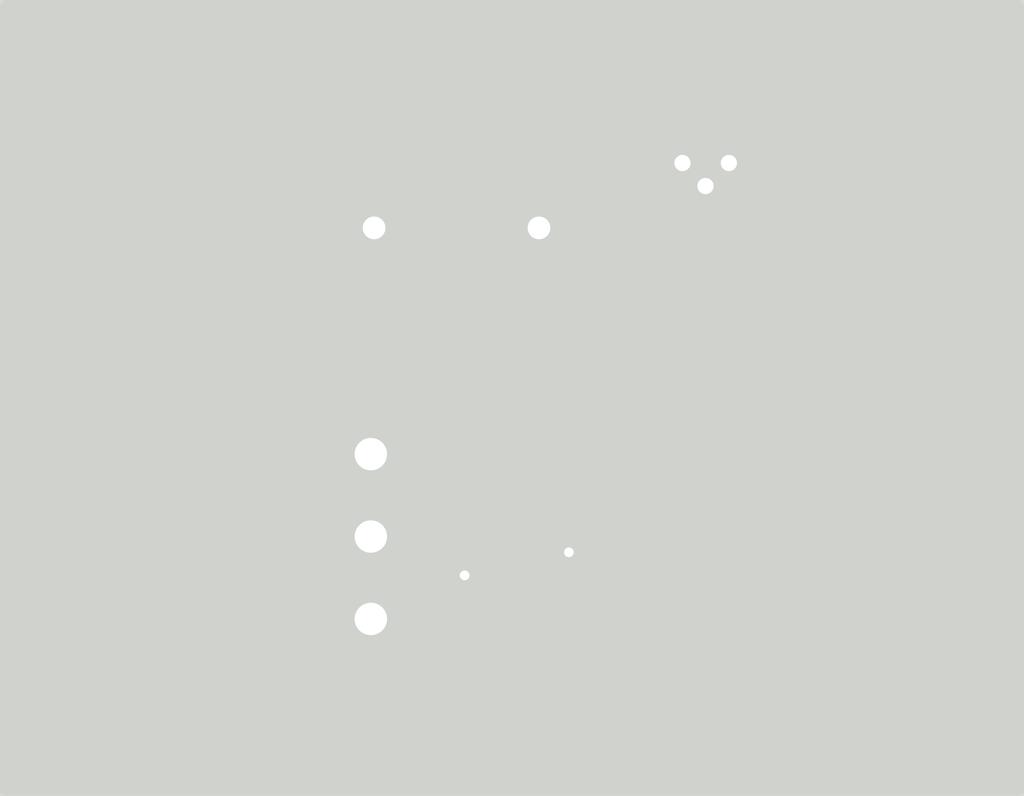
<source format=kicad_pcb>
(kicad_pcb (version 20241229) (generator "pcbnew") (generator_version "9.0")
  (layers (0 "F.Cu" signal) (2 "B.Cu" signal) (13 "F.Paste" user) (15 "B.Paste" user) (5 "F.SilkS" user "F.Silkscreen") (7 "B.SilkS" user "B.Silkscreen") (1 "F.Mask" user) (3 "B.Mask" user) (25 "Edge.Cuts" user))
  (net 0 "")
  (net 2 "Net-(LD1-A)")
  (net 3 "Net-(LD1-C)")
  (net 4 "Net-(U1-LOUT-)")
  (net 6 "GND")
  (net 9 "+5V")
  (net 10 "Net-(J1-Pin_1)")
  (footprint "Package_SO:SOIC-16_3.9x9.9mm_P1.27mm" (layer "F.Cu") (at 163.475 101.165)
    (property "Reference" "U1" (at 0 -5.9 0) (layer "F.SilkS"))
    (property "Value" "PAM8403D")
    (fp_line (start 0 -5.06) (end -1.95 -5.06) (stroke (width 0.12)) (layer "F.SilkS"))
    (fp_line (start 0 -5.06) (end 1.95 -5.06) (stroke (width 0.12)) (layer "F.SilkS"))
    (fp_line (start 0 5.06) (end -1.95 5.06) (stroke (width 0.12)) (layer "F.SilkS"))
    (fp_line (start 0 5.06) (end 1.95 5.06) (stroke (width 0.12)) (layer "F.SilkS"))
    (fp_poly (pts (xy -2.7 -5.005) (xy -2.94 -5.335) (xy -2.46 -5.335)) (stroke (width 0.12)) (fill yes) (layer "F.SilkS"))
    (pad "1" smd roundrect (at -2.475 -4.445) (size 1.95 0.6) (layers "F.Cu" "F.Mask" "F.Paste") (net 2 "Net-(LD1-A)"))
    (pad "2" smd roundrect (at -2.475 -3.175) (size 1.95 0.6) (layers "F.Cu" "F.Mask" "F.Paste") (net 6 "GND"))
    (pad "3" smd roundrect (at -2.475 -1.905) (size 1.95 0.6) (layers "F.Cu" "F.Mask" "F.Paste") (net 4 "Net-(U1-LOUT-)"))
    (pad "4" smd roundrect (at -2.475 -0.635) (size 1.95 0.6) (layers "F.Cu" "F.Mask" "F.Paste") (net 9 "+5V"))
    (pad "5" smd roundrect (at -2.475 0.635) (size 1.95 0.6) (layers "F.Cu" "F.Mask" "F.Paste"))
    (pad "6" smd roundrect (at -2.475 1.905) (size 1.95 0.6) (layers "F.Cu" "F.Mask" "F.Paste") (net 9 "+5V"))
    (pad "7" smd roundrect (at -2.475 3.175) (size 1.95 0.6) (layers "F.Cu" "F.Mask" "F.Paste") (net 10 "Net-(J1-Pin_1)"))
    (pad "8" smd roundrect (at -2.475 4.445) (size 1.95 0.6) (layers "F.Cu" "F.Mask" "F.Paste") (net 6 "GND"))
    (pad "9" smd roundrect (at 2.475 4.445) (size 1.95 0.6) (layers "F.Cu" "F.Mask" "F.Paste"))
    (pad "10" smd roundrect (at 2.475 3.175) (size 1.95 0.6) (layers "F.Cu" "F.Mask" "F.Paste") (net 10 "Net-(J1-Pin_1)"))
    (pad "11" smd roundrect (at 2.475 1.905) (size 1.95 0.6) (layers "F.Cu" "F.Mask" "F.Paste") (net 6 "GND"))
    (pad "12" smd roundrect (at 2.475 0.635) (size 1.95 0.6) (layers "F.Cu" "F.Mask" "F.Paste"))
    (pad "13" smd roundrect (at 2.475 -0.635) (size 1.95 0.6) (layers "F.Cu" "F.Mask" "F.Paste") (net 9 "+5V"))
    (pad "14" smd roundrect (at 2.475 -1.905) (size 1.95 0.6) (layers "F.Cu" "F.Mask" "F.Paste"))
    (pad "15" smd roundrect (at 2.475 -3.175) (size 1.95 0.6) (layers "F.Cu" "F.Mask" "F.Paste") (net 6 "GND"))
    (pad "16" smd roundrect (at 2.475 -4.445) (size 1.95 0.6) (layers "F.Cu" "F.Mask" "F.Paste"))
  )
  (footprint "Connector_PinSocket_2.54mm:PinSocket_1x03_P2.54mm_Horizontal" (layer "F.Cu") (at 152.9 100.475)
    (property "Reference" "J1" (at -4.38 -2.77 0) (layer "F.SilkS"))
    (property "Value" "Conn_01x03_Pin")
    (fp_line (start -10.09 -1.33) (end -10.09 6.41) (stroke (width 0.12)) (layer "F.SilkS"))
    (fp_line (start -10.09 -1.33) (end -1.46 -1.33) (stroke (width 0.12)) (layer "F.SilkS"))
    (fp_line (start -10.09 -1.21) (end -1.46 -1.21) (stroke (width 0.12)) (layer "F.SilkS"))
    (fp_line (start -10.09 -1.091905) (end -1.46 -1.091905) (stroke (width 0.12)) (layer "F.SilkS"))
    (fp_line (start -10.09 -0.97381) (end -1.46 -0.97381) (stroke (width 0.12)) (layer "F.SilkS"))
    (fp_line (start -10.09 -0.855715) (end -1.46 -0.855715) (stroke (width 0.12)) (layer "F.SilkS"))
    (fp_line (start -10.09 -0.73762) (end -1.46 -0.73762) (stroke (width 0.12)) (layer "F.SilkS"))
    (fp_line (start -10.09 -0.619525) (end -1.46 -0.619525) (stroke (width 0.12)) (layer "F.SilkS"))
    (fp_line (start -10.09 -0.50143) (end -1.46 -0.50143) (stroke (width 0.12)) (layer "F.SilkS"))
    (fp_line (start -10.09 -0.383335) (end -1.46 -0.383335) (stroke (width 0.12)) (layer "F.SilkS"))
    (fp_line (start -10.09 -0.26524) (end -1.46 -0.26524) (stroke (width 0.12)) (layer "F.SilkS"))
    (fp_line (start -10.09 -0.147145) (end -1.46 -0.147145) (stroke (width 0.12)) (layer "F.SilkS"))
    (fp_line (start -10.09 -0.02905) (end -1.46 -0.02905) (stroke (width 0.12)) (layer "F.SilkS"))
    (fp_line (start -10.09 0.089045) (end -1.46 0.089045) (stroke (width 0.12)) (layer "F.SilkS"))
    (fp_line (start -10.09 0.20714) (end -1.46 0.20714) (stroke (width 0.12)) (layer "F.SilkS"))
    (fp_line (start -10.09 0.325235) (end -1.46 0.325235) (stroke (width 0.12)) (layer "F.SilkS"))
    (fp_line (start -10.09 0.44333) (end -1.46 0.44333) (stroke (width 0.12)) (layer "F.SilkS"))
    (fp_line (start -10.09 0.561425) (end -1.46 0.561425) (stroke (width 0.12)) (layer "F.SilkS"))
    (fp_line (start -10.09 0.67952) (end -1.46 0.67952) (stroke (width 0.12)) (layer "F.SilkS"))
    (fp_line (start -10.09 0.797615) (end -1.46 0.797615) (stroke (width 0.12)) (layer "F.SilkS"))
    (fp_line (start -10.09 0.91571) (end -1.46 0.91571) (stroke (width 0.12)) (layer "F.SilkS"))
    (fp_line (start -10.09 1.033805) (end -1.46 1.033805) (stroke (width 0.12)) (layer "F.SilkS"))
    (fp_line (start -10.09 1.1519) (end -1.46 1.1519) (stroke (width 0.12)) (layer "F.SilkS"))
    (fp_line (start -10.09 1.27) (end -1.46 1.27) (stroke (width 0.12)) (layer "F.SilkS"))
    (fp_line (start -10.09 3.81) (end -1.46 3.81) (stroke (width 0.12)) (layer "F.SilkS"))
    (fp_line (start -10.09 6.41) (end -1.46 6.41) (stroke (width 0.12)) (layer "F.SilkS"))
    (fp_line (start -1.46 -1.33) (end -1.46 6.41) (stroke (width 0.12)) (layer "F.SilkS"))
    (fp_line (start -1.46 -0.36) (end -1.11 -0.36) (stroke (width 0.12)) (layer "F.SilkS"))
    (fp_line (start -1.46 0.36) (end -1.11 0.36) (stroke (width 0.12)) (layer "F.SilkS"))
    (fp_line (start -1.46 2.18) (end -1.05 2.18) (stroke (width 0.12)) (layer "F.SilkS"))
    (fp_line (start -1.46 2.9) (end -1.05 2.9) (stroke (width 0.12)) (layer "F.SilkS"))
    (fp_line (start -1.46 4.72) (end -1.05 4.72) (stroke (width 0.12)) (layer "F.SilkS"))
    (fp_line (start -1.46 5.44) (end -1.05 5.44) (stroke (width 0.12)) (layer "F.SilkS"))
    (fp_line (start 0 -1.33) (end 1.11 -1.33) (stroke (width 0.12)) (layer "F.SilkS"))
    (fp_line (start 1.11 -1.33) (end 1.11 0) (stroke (width 0.12)) (layer "F.SilkS"))
    (pad "1" thru_hole rect (at 0 0) (size 1.7 1.7) (drill 1) (layers "*.Cu" "*.Mask") (net 10 "Net-(J1-Pin_1)"))
    (pad "2" thru_hole circle (at 0 2.54) (size 1.7 1.7) (drill 1) (layers "*.Cu" "*.Mask") (net 9 "+5V"))
    (pad "3" thru_hole circle (at 0 5.08) (size 1.7 1.7) (drill 1) (layers "*.Cu" "*.Mask") (net 6 "GND"))
  )
  (footprint "OptoDevice:LaserDiode_TO38ICut-3" (layer "F.Cu") (at 162.5 91.5)
    (property "Reference" "LD1" (at 0.7 -2.6 0) (layer "F.SilkS"))
    (property "Value" "PL520")
    (fp_line (start -1.15 -0.3) (end -0.95 0) (stroke (width 0.12)) (layer "F.SilkS"))
    (fp_line (start -0.95 0) (end -1.15 0.3) (stroke (width 0.12)) (layer "F.SilkS"))
    (fp_line (start -0.4 1.7) (end 1.8 1.7) (stroke (width 0.12)) (layer "F.SilkS"))
    (fp_line (start 1.8 -1.7) (end -0.4 -1.7) (stroke (width 0.12)) (layer "F.SilkS"))
    (fp_line (start 2.35 0) (end 2.55 0.3) (stroke (width 0.12)) (layer "F.SilkS"))
    (fp_line (start 2.55 -0.3) (end 2.35 0) (stroke (width 0.12)) (layer "F.SilkS"))
    (fp_arc (start -0.4 1.7) (mid -1.320296 0) (end -0.4 -1.7) (stroke (width 0.12)) (layer "F.SilkS"))
    (fp_arc (start 1.8 -1.7) (mid 2.729422 0.005888) (end 1.790069 1.706327) (stroke (width 0.12)) (layer "F.SilkS"))
    (pad "1" thru_hole roundrect (at 0 0 45) (size 0.8 0.8) (drill 0.5) (layers "*.Cu" "*.Mask") (net 2 "Net-(LD1-A)"))
    (pad "2" thru_hole circle (at 0.71 0.71) (size 0.8 0.8) (drill 0.5) (layers "*.Cu" "*.Mask"))
    (pad "3" thru_hole circle (at 1.43 0) (size 0.8 0.8) (drill 0.5) (layers "*.Cu" "*.Mask") (net 3 "Net-(LD1-C)"))
  )
  (footprint "Resistor_THT:R_Axial_DIN0204_L3.6mm_D1.6mm_P5.08mm_Vertical" (layer "F.Cu") (at 153 93.5)
    (property "Reference" "R1" (at 2.54 -1.92 0) (layer "F.SilkS"))
    (property "Value" "R")
    (fp_line (start 0.92 0) (end 4.08 0) (stroke (width 0.12)) (layer "F.SilkS"))
    (fp_circle (center 0 0) (end 0.92 0) (stroke (width 0.12)) (fill no) (layer "F.SilkS"))
    (pad "1" thru_hole circle (at 0 0) (size 1.4 1.4) (drill 0.7) (layers "*.Cu" "*.Mask") (net 4 "Net-(U1-LOUT-)"))
    (pad "2" thru_hole circle (at 5.08 0) (size 1.4 1.4) (drill 0.7) (layers "*.Cu" "*.Mask") (net 3 "Net-(LD1-C)"))
  )
  (gr_rect (start 141.5 86.5) (end 173 111) (stroke (width 0.05)) (fill no) (layer "Edge.Cuts"))
  (segment (start 160.5 93.5) (end 160.5 96.22) (width 0.2) (layer "F.Cu") (net 2))
  (segment (start 160.5 93.5) (end 162.5 91.5) (width 0.2) (layer "F.Cu") (net 2))
  (segment (start 160.5 96.22) (end 161 96.72) (width 0.2) (layer "F.Cu") (net 2))
  (segment (start 158.08 93.5) (end 160.867761 90.712239) (width 0.2) (layer "F.Cu") (net 3))
  (segment (start 160.867761 90.712239) (end 163.142239 90.712239) (width 0.2) (layer "F.Cu") (net 3))
  (segment (start 163.142239 90.712239) (end 163.93 91.5) (width 0.2) (layer "F.Cu") (net 3))
  (segment (start 158.76 99.26) (end 153 93.5) (width 0.2) (layer "F.Cu") (net 4))
  (segment (start 161 99.26) (end 158.76 99.26) (width 0.2) (layer "F.Cu") (net 4))
  (segment (start 159.43 103.07) (end 161 103.07) (width 0.2) (layer "F.Cu") (net 9))
  (segment (start 161 100.53) (end 165.95 100.53) (width 0.2) (layer "F.Cu") (net 9))
  (segment (start 162.5 103) (end 162.5 101.055001) (width 0.2) (layer "F.Cu") (net 9))
  (segment (start 159 103.5) (end 159.43 103.07) (width 0.2) (layer "F.Cu") (net 9))
  (segment (start 161.974999 100.53) (end 161 100.53) (width 0.2) (layer "F.Cu") (net 9))
  (segment (start 162.5 101.055001) (end 161.974999 100.53) (width 0.2) (layer "F.Cu") (net 9))
  (segment (start 161 103.07) (end 162.43 103.07) (width 0.2) (layer "F.Cu") (net 9))
  (segment (start 155.5 104) (end 155.711765 104.211765) (width 0.2) (layer "F.Cu") (net 9))
  (segment (start 152.9 103.015) (end 153.885 104) (width 0.2) (layer "F.Cu") (net 9))
  (segment (start 162.43 103.07) (end 162.5 103) (width 0.2) (layer "F.Cu") (net 9))
  (segment (start 155.711765 104.211765) (end 155.788235 104.211765) (width 0.2) (layer "F.Cu") (net 9))
  (segment (start 153.885 104) (end 155.5 104) (width 0.2) (layer "F.Cu") (net 9))
  (via (at 155.788235 104.211765) (size 0.6) (drill 0.3) (layers "F.Cu" "B.Cu") (net 9))
  (via (at 159 103.5) (size 0.6) (drill 0.3) (layers "F.Cu" "B.Cu") (net 9))
  (segment (start 155.788235 104.211765) (end 158.288235 104.211765) (width 0.2) (layer "B.Cu") (net 9))
  (segment (start 158.288235 104.211765) (end 159 103.5) (width 0.2) (layer "B.Cu") (net 9))
  (segment (start 166.11 104.5) (end 165.95 104.34) (width 0.2) (layer "F.Cu") (net 10))
  (segment (start 161 104.34) (end 165.95 104.34) (width 0.2) (layer "F.Cu") (net 10))
  (segment (start 156.765 104.34) (end 161 104.34) (width 0.2) (layer "F.Cu") (net 10))
  (segment (start 152.9 100.475) (end 156.765 104.34) (width 0.2) (layer "F.Cu") (net 10))
  (zone (net 0) (net_name "") (layer "Edge.Cuts") (connect_pads (clearance 0.5)) (min_thickness 0.25) (fill yes (thermal_gap 0.5) (thermal_bridge_width 0.5))
    (polygon (pts (xy 173 86.5) (xy 141.5 86.5) (xy 141.5 111) (xy 173 111)))
  )
)
</source>
